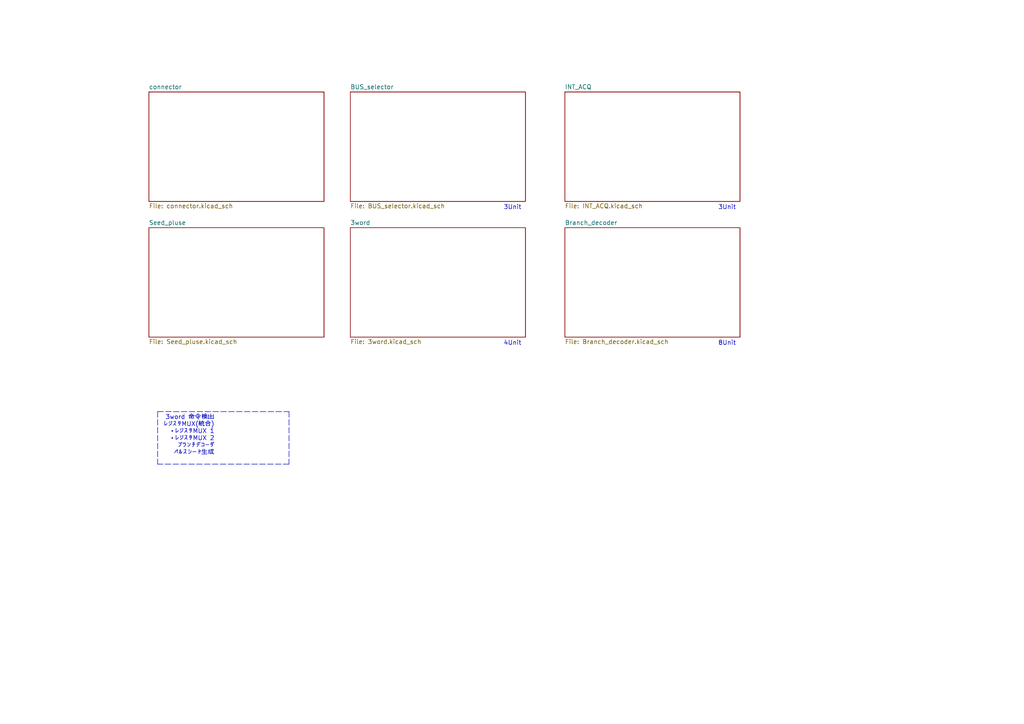
<source format=kicad_sch>
(kicad_sch (version 20211123) (generator eeschema)
  (paper "A4")
  (lib_symbols)
  (polyline (pts (xy 83.82 119.38) (xy 83.82 134.62)))
  (polyline (pts (xy 45.72 119.38) (xy 83.82 119.38)))
  (polyline (pts (xy 45.72 119.38) (xy 45.72 134.62)))
  (polyline (pts (xy 83.82 134.62) (xy 45.72 134.62)))
  (text "3word 命令検出\nレジスタMUX(統合)\n・レジスタMUX 1\n・レジスタMUX 2\nブランチデコーダ\nパルスシード生成" (at 62.23 132.08 180) (effects (font (size 1.27 1.27)) (justify right bottom)))
  (text "3Unit" (at 208.28 60.96 0) (effects (font (size 1.27 1.27)) (justify left bottom)))
  (text "3Unit" (at 146.05 60.96 0) (effects (font (size 1.27 1.27)) (justify left bottom)))
  (text "4Unit" (at 146.05 100.33 0) (effects (font (size 1.27 1.27)) (justify left bottom)))
  (text "8Unit" (at 208.28 100.33 0) (effects (font (size 1.27 1.27)) (justify left bottom)))
  (sheet (at 163.83 26.67) (size 50.8 31.75) (stroke (width 0.1524))
    (property "Sheet name" "INT_ACQ" (at 163.83 25.9584 0) (effects (justify left bottom)))
    (property "Sheet file" "INT_ACQ.kicad_sch" (at 163.83 59.0046 0) (effects (justify left top)))
  )
  (sheet (at 163.83 66.04) (size 50.8 31.75) (stroke (width 0.1524))
    (property "Sheet name" "Branch_decoder" (at 163.83 65.3284 0) (effects (justify left bottom)))
    (property "Sheet file" "Branch_decoder.kicad_sch" (at 163.83 98.3746 0) (effects (justify left top)))
  )
  (sheet (at 101.6 66.04) (size 50.8 31.75) (stroke (width 0.1524))
    (property "Sheet name" "3word" (at 101.6 65.3284 0) (effects (justify left bottom)))
    (property "Sheet file" "3word.kicad_sch" (at 101.6 98.3746 0) (effects (justify left top)))
  )
  (sheet (at 101.6 26.67) (size 50.8 31.75) (stroke (width 0.1524))
    (property "Sheet name" "BUS_selector" (at 101.6 25.9584 0) (effects (justify left bottom)))
    (property "Sheet file" "BUS_selector.kicad_sch" (at 101.6 59.0046 0) (effects (justify left top)))
  )
  (sheet (at 43.18 66.04) (size 50.8 31.75) (stroke (width 0.1524))
    (property "Sheet name" "Seed_pluse" (at 43.18 65.3284 0) (effects (justify left bottom)))
    (property "Sheet file" "Seed_pluse.kicad_sch" (at 43.18 98.3746 0) (effects (justify left top)))
  )
  (sheet (at 43.18 26.67) (size 50.8 31.75) (stroke (width 0.1524))
    (property "Sheet name" "connector" (at 43.18 25.9584 0) (effects (justify left bottom)))
    (property "Sheet file" "connector.kicad_sch" (at 43.18 59.0046 0) (effects (justify left top)))
  )
)
</source>
